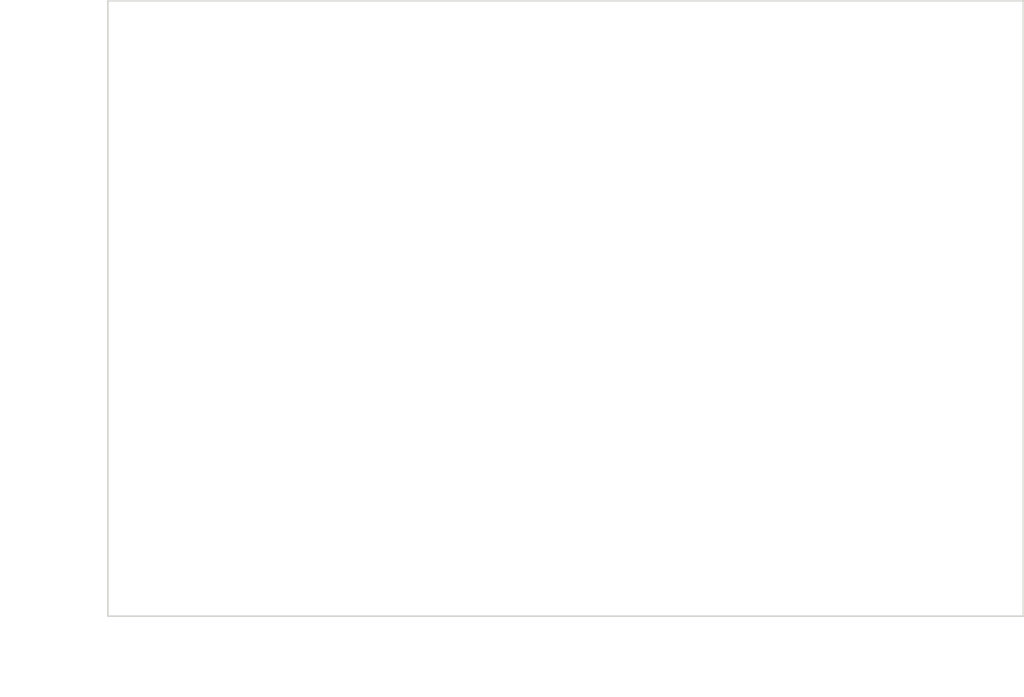
<source format=kicad_pcb>
(kicad_pcb (version 20221018) (generator pcbnew)

  (general
    (thickness 1.6)
  )

  (paper "A4")
  (layers
    (0 "F.Cu" signal)
    (31 "B.Cu" signal)
    (32 "B.Adhes" user "B.Adhesive")
    (33 "F.Adhes" user "F.Adhesive")
    (34 "B.Paste" user)
    (35 "F.Paste" user)
    (36 "B.SilkS" user "B.Silkscreen")
    (37 "F.SilkS" user "F.Silkscreen")
    (38 "B.Mask" user)
    (39 "F.Mask" user)
    (40 "Dwgs.User" user "User.Drawings")
    (41 "Cmts.User" user "User.Comments")
    (42 "Eco1.User" user "User.Eco1")
    (43 "Eco2.User" user "User.Eco2")
    (44 "Edge.Cuts" user)
    (45 "Margin" user)
    (46 "B.CrtYd" user "B.Courtyard")
    (47 "F.CrtYd" user "F.Courtyard")
    (48 "B.Fab" user)
    (49 "F.Fab" user)
  )

  (setup
    (pad_to_mask_clearance 0.051)
    (solder_mask_min_width 0.25)
    (pcbplotparams
      (layerselection 0x00010fc_ffffffff)
      (plot_on_all_layers_selection 0x0000000_00000000)
      (disableapertmacros false)
      (usegerberextensions false)
      (usegerberattributes false)
      (usegerberadvancedattributes false)
      (creategerberjobfile false)
      (dashed_line_dash_ratio 12.000000)
      (dashed_line_gap_ratio 3.000000)
      (svgprecision 4)
      (plotframeref false)
      (viasonmask false)
      (mode 1)
      (useauxorigin false)
      (hpglpennumber 1)
      (hpglpenspeed 20)
      (hpglpendiameter 15.000000)
      (dxfpolygonmode true)
      (dxfimperialunits true)
      (dxfusepcbnewfont true)
      (psnegative false)
      (psa4output false)
      (plotreference true)
      (plotvalue true)
      (plotinvisibletext false)
      (sketchpadsonfab false)
      (subtractmaskfromsilk false)
      (outputformat 1)
      (mirror false)
      (drillshape 1)
      (scaleselection 1)
      (outputdirectory "")
    )
  )

  (net 0 "")

  (gr_line (start 79.089999 48.995) (end 79.089999 70.937565)
    (stroke (width 0.2) (type solid)) (layer "Dwgs.User") (tstamp 17a53654-8f2e-4c7e-9f92-c155db1b852f))
  (gr_line (start 206.09 134.26382) (end 153.295013 134.26382)
    (stroke (width 0.2) (type solid)) (layer "Dwgs.User") (tstamp 346f1d89-39ff-4bdd-8770-d5d15ef6defd))
  (gr_line (start 88.09 46.995) (end 75.914999 46.995)
    (stroke (width 0.2) (type solid)) (layer "Dwgs.User") (tstamp 37a44cd9-089d-4c45-8c71-effbba421d00))
  (gr_line (start 79.089999 124.995) (end 79.089999 78.052436)
    (stroke (width 0.2) (type solid)) (layer "Dwgs.User") (tstamp 3b895902-4816-4281-8878-4cb511d11254))
  (gr_line (start 208.09 127.995) (end 208.09 137.43882)
    (stroke (width 0.2) (type solid)) (layer "Dwgs.User") (tstamp a5777433-84a3-412b-bb2f-1df98bf8a74e))
  (gr_line (start 91.089999 134.26382) (end 143.884986 134.26382)
    (stroke (width 0.2) (type solid)) (layer "Dwgs.User") (tstamp a8f23bfd-55e1-4250-b354-5351133335f6))
  (gr_line (start 89.089999 127.995) (end 89.089999 137.43882)
    (stroke (width 0.2) (type solid)) (layer "Dwgs.User") (tstamp baaf6d8f-65cd-4677-b75f-c8b22e2c00aa))
  (gr_line (start 88.09 126.995) (end 75.914999 126.995)
    (stroke (width 0.2) (type solid)) (layer "Dwgs.User") (tstamp dd331e67-0bb5-419b-b12f-00563b59a729))
  (gr_line (start 208.09 126.995) (end 208.09 46.995001)
    (stroke (width 0.2) (type solid)) (layer "Edge.Cuts") (tstamp 1585213a-5d09-4aba-ad4c-362a9a636b71))
  (gr_line (start 89.089999 126.995) (end 208.09 126.995)
    (stroke (width 0.2) (type solid)) (layer "Edge.Cuts") (tstamp 37a9421d-5f68-471a-b572-e65d3187fcb2))
  (gr_line (start 208.09 46.995001) (end 89.089999 46.995001)
    (stroke (width 0.2) (type solid)) (layer "Edge.Cuts") (tstamp a7c9b2ca-e522-4302-bfb3-518f35fc819f))
  (gr_line (start 89.089999 46.995001) (end 89.089999 126.995)
    (stroke (width 0.2) (type solid)) (layer "Edge.Cuts") (tstamp e4ead951-cdf9-40b8-a7c3-a1cc5d4802e3))
  (gr_text " 119.00" (at 148.59 132.595846) (layer "Dwgs.User") (tstamp 0d2db7e4-9419-4de4-b13e-328cfcfc9916)
    (effects (font (size 1.7 1.53) (thickness 0.2125)))
  )
  (gr_text " 80.00" (at 79.089999 72.827026) (layer "Dwgs.User") (tstamp 70e9f23f-6869-4972-b51e-868bd1b2996e)
    (effects (font (size 1.7 1.53) (thickness 0.2125)))
  )
  (gr_text "[4.69]" (at 148.59 136.153281) (layer "Dwgs.User") (tstamp a294df13-3d45-41ea-bb6f-f235a7ae9afa)
    (effects (font (size 1.7 1.53) (thickness 0.2125)))
  )
  (gr_text "[3.15]" (at 79.089999 76.384462) (layer "Dwgs.User") (tstamp a7feb459-55bf-42ab-989b-6138000c4b7f)
    (effects (font (size 1.7 1.53) (thickness 0.2125)))
  )

)

</source>
